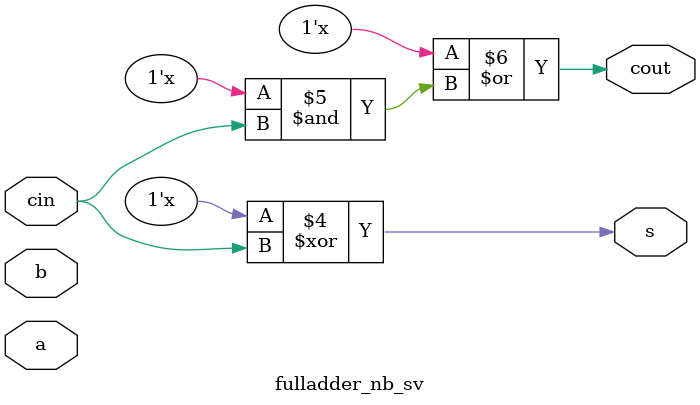
<source format=sv>
module fulladder_nb_sv
(
	input logic a, b, cin,
	output logic s, cout
);

logic p, g;

always_comb
begin
	p <= a ^ b; // nonblocking
	g <= a & b; // nonblocking
	s <= p ^ cin;
	cout <= g | (p & cin);
end
endmodule
</source>
